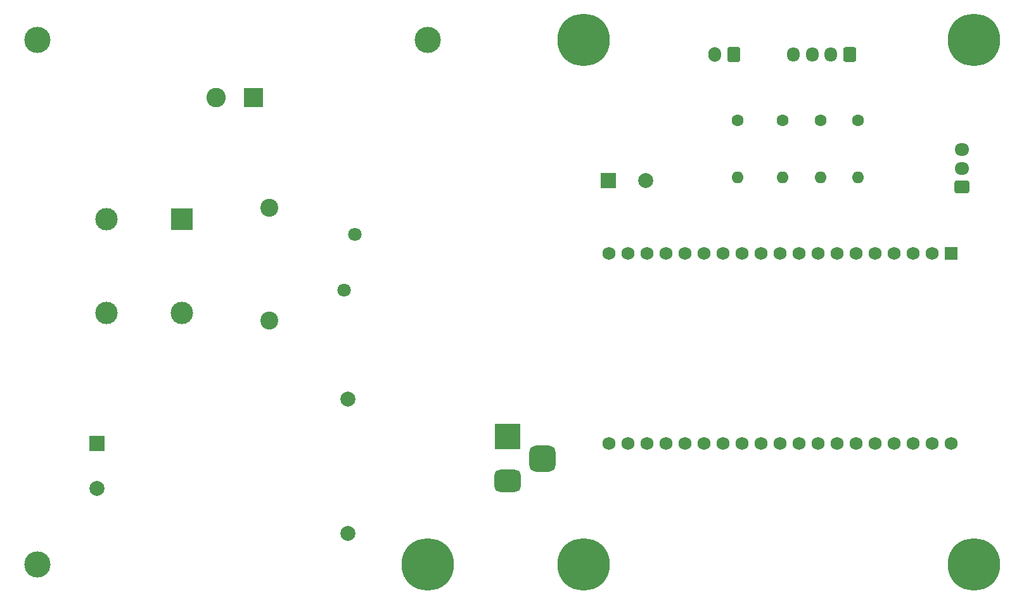
<source format=gbr>
%TF.GenerationSoftware,KiCad,Pcbnew,7.0.9*%
%TF.CreationDate,2024-01-13T11:23:33+07:00*%
%TF.ProjectId,Waterbox 2.1,57617465-7262-46f7-9820-322e312e6b69,rev?*%
%TF.SameCoordinates,Original*%
%TF.FileFunction,Soldermask,Bot*%
%TF.FilePolarity,Negative*%
%FSLAX46Y46*%
G04 Gerber Fmt 4.6, Leading zero omitted, Abs format (unit mm)*
G04 Created by KiCad (PCBNEW 7.0.9) date 2024-01-13 11:23:33*
%MOMM*%
%LPD*%
G01*
G04 APERTURE LIST*
G04 Aperture macros list*
%AMRoundRect*
0 Rectangle with rounded corners*
0 $1 Rounding radius*
0 $2 $3 $4 $5 $6 $7 $8 $9 X,Y pos of 4 corners*
0 Add a 4 corners polygon primitive as box body*
4,1,4,$2,$3,$4,$5,$6,$7,$8,$9,$2,$3,0*
0 Add four circle primitives for the rounded corners*
1,1,$1+$1,$2,$3*
1,1,$1+$1,$4,$5*
1,1,$1+$1,$6,$7*
1,1,$1+$1,$8,$9*
0 Add four rect primitives between the rounded corners*
20,1,$1+$1,$2,$3,$4,$5,0*
20,1,$1+$1,$4,$5,$6,$7,0*
20,1,$1+$1,$6,$7,$8,$9,0*
20,1,$1+$1,$8,$9,$2,$3,0*%
G04 Aperture macros list end*
%ADD10C,1.600000*%
%ADD11O,1.600000X1.600000*%
%ADD12R,3.500000X3.500000*%
%ADD13RoundRect,0.750000X1.000000X-0.750000X1.000000X0.750000X-1.000000X0.750000X-1.000000X-0.750000X0*%
%ADD14RoundRect,0.875000X0.875000X-0.875000X0.875000X0.875000X-0.875000X0.875000X-0.875000X-0.875000X0*%
%ADD15RoundRect,0.250000X0.600000X0.725000X-0.600000X0.725000X-0.600000X-0.725000X0.600000X-0.725000X0*%
%ADD16O,1.700000X1.950000*%
%ADD17RoundRect,0.250000X0.725000X-0.600000X0.725000X0.600000X-0.725000X0.600000X-0.725000X-0.600000X0*%
%ADD18O,1.950000X1.700000*%
%ADD19C,0.800000*%
%ADD20C,7.000000*%
%ADD21R,2.000000X2.000000*%
%ADD22C,2.000000*%
%ADD23C,1.800000*%
%ADD24RoundRect,0.102000X-0.765000X0.765000X-0.765000X-0.765000X0.765000X-0.765000X0.765000X0.765000X0*%
%ADD25C,1.734000*%
%ADD26R,2.600000X2.600000*%
%ADD27C,2.600000*%
%ADD28C,3.500000*%
%ADD29R,3.000000X3.000000*%
%ADD30C,3.000000*%
%ADD31RoundRect,0.250000X0.600000X0.750000X-0.600000X0.750000X-0.600000X-0.750000X0.600000X-0.750000X0*%
%ADD32O,1.700000X2.000000*%
%ADD33C,2.400000*%
G04 APERTURE END LIST*
D10*
%TO.C,R4*%
X156500000Y-67790000D03*
D11*
X156500000Y-75410000D03*
%TD*%
D12*
%TO.C,J1*%
X125800000Y-110000000D03*
D13*
X125800000Y-116000000D03*
D14*
X130500000Y-113000000D03*
%TD*%
D15*
%TO.C,LED NWK*%
X171500000Y-59000000D03*
D16*
X169000000Y-59000000D03*
X166500000Y-59000000D03*
X164000000Y-59000000D03*
%TD*%
D17*
%TO.C,SENSOR*%
X186500000Y-76700000D03*
D18*
X186500000Y-74200000D03*
X186500000Y-71700000D03*
%TD*%
D19*
%TO.C,H7*%
X133362000Y-127127000D03*
X134130845Y-125270845D03*
X134130845Y-128983155D03*
X135987000Y-124502000D03*
D20*
X135987000Y-127127000D03*
D19*
X135987000Y-129752000D03*
X137843155Y-125270845D03*
X137843155Y-128983155D03*
X138612000Y-127127000D03*
%TD*%
D21*
%TO.C,PS1*%
X70900000Y-111000000D03*
D22*
X70900000Y-117000000D03*
X104500000Y-105000000D03*
X104500000Y-123000000D03*
%TD*%
D23*
%TO.C,RV1*%
X105400000Y-83000000D03*
X104000000Y-90500000D03*
%TD*%
D19*
%TO.C,H5*%
X133362000Y-57071000D03*
X134130845Y-55214845D03*
X134130845Y-58927155D03*
X135987000Y-54446000D03*
D20*
X135987000Y-57071000D03*
D19*
X135987000Y-59696000D03*
X137843155Y-55214845D03*
X137843155Y-58927155D03*
X138612000Y-57071000D03*
%TD*%
D24*
%TO.C,ESP32-DEVKITC-32U*%
X185050000Y-85600000D03*
D25*
X182510000Y-85600000D03*
X179970000Y-85600000D03*
X177430000Y-85600000D03*
X174890000Y-85600000D03*
X172350000Y-85600000D03*
X169810000Y-85600000D03*
X167270000Y-85600000D03*
X164730000Y-85600000D03*
X162190000Y-85600000D03*
X159650000Y-85600000D03*
X157110000Y-85600000D03*
X154570000Y-85600000D03*
X152030000Y-85600000D03*
X149490000Y-85600000D03*
X146950000Y-85600000D03*
X144410000Y-85600000D03*
X141870000Y-85600000D03*
X139330000Y-85600000D03*
X139330000Y-111000000D03*
X141870000Y-111000000D03*
X144410000Y-111000000D03*
X146950000Y-111000000D03*
X149490000Y-111000000D03*
X152030000Y-111000000D03*
X154570000Y-111000000D03*
X157110000Y-111000000D03*
X159650000Y-111000000D03*
X162190000Y-111000000D03*
X164730000Y-111000000D03*
X167270000Y-111000000D03*
X169810000Y-111000000D03*
X172350000Y-111000000D03*
X174890000Y-111000000D03*
X177430000Y-111000000D03*
X179970000Y-111000000D03*
X182510000Y-111000000D03*
X185050000Y-111000000D03*
%TD*%
D26*
%TO.C,VAC_IN1*%
X91857500Y-64695000D03*
D27*
X86857500Y-64695000D03*
%TD*%
D28*
%TO.C,H1*%
X62994000Y-57071000D03*
%TD*%
D19*
%TO.C,H4*%
X112469000Y-127127000D03*
X113237845Y-125270845D03*
X113237845Y-128983155D03*
X115094000Y-124502000D03*
D20*
X115094000Y-127127000D03*
D19*
X115094000Y-129752000D03*
X116950155Y-125270845D03*
X116950155Y-128983155D03*
X117719000Y-127127000D03*
%TD*%
%TO.C,H6*%
X185462000Y-57071000D03*
X186230845Y-55214845D03*
X186230845Y-58927155D03*
X188087000Y-54446000D03*
D20*
X188087000Y-57071000D03*
D19*
X188087000Y-59696000D03*
X189943155Y-55214845D03*
X189943155Y-58927155D03*
X190712000Y-57071000D03*
%TD*%
D21*
%TO.C,C2*%
X139300000Y-75800000D03*
D22*
X144300000Y-75800000D03*
%TD*%
D28*
%TO.C,H2*%
X115094000Y-57071000D03*
%TD*%
D29*
%TO.C,FL1*%
X82250000Y-80950000D03*
D30*
X72250000Y-80950000D03*
X72250000Y-93550000D03*
X82250000Y-93550000D03*
%TD*%
D10*
%TO.C,R2*%
X167640000Y-67818000D03*
D11*
X167640000Y-75438000D03*
%TD*%
D31*
%TO.C,LED DATA*%
X156000000Y-59000000D03*
D32*
X153500000Y-59000000D03*
%TD*%
D33*
%TO.C,C1*%
X94000000Y-79500000D03*
X94000000Y-94500000D03*
%TD*%
D10*
%TO.C,R3*%
X162560000Y-67818000D03*
D11*
X162560000Y-75438000D03*
%TD*%
D28*
%TO.C,H3*%
X62994000Y-127127000D03*
%TD*%
D19*
%TO.C,H8*%
X185462000Y-127127000D03*
X186230845Y-125270845D03*
X186230845Y-128983155D03*
X188087000Y-124502000D03*
D20*
X188087000Y-127127000D03*
D19*
X188087000Y-129752000D03*
X189943155Y-125270845D03*
X189943155Y-128983155D03*
X190712000Y-127127000D03*
%TD*%
D10*
%TO.C,R1*%
X172600000Y-67790000D03*
D11*
X172600000Y-75410000D03*
%TD*%
M02*

</source>
